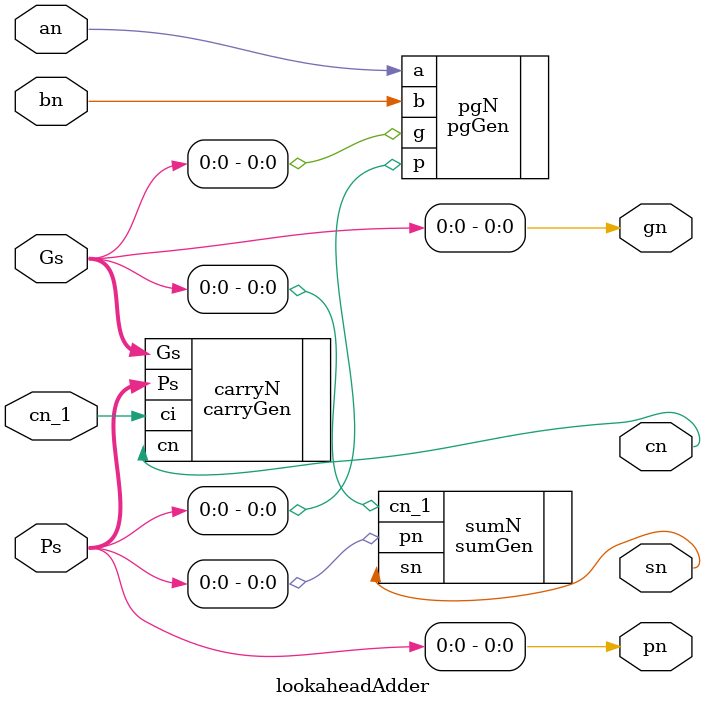
<source format=v>

module lookaheadAdder(an, bn, cn_1, Ps, Gs, pn, gn, sn, cn);
    
    parameter n=0;
    parameter delay=10;

    input an, bn, cn_1;
    input [n-1:0] Ps, Gs;

    output pn, gn, sn, cn;

    pgGen pgN(.a(an), .b(bn), .p(pn), .g(gn));

    assign Ps[n] = pn;
    assign Gs[n] = gn;

    carryGen #(n) carryN(.ci(cn_1), .Ps(Ps), .Gs(Gs), .cn(cn));

    sumGen sumN(.cn_1(gn), .pn(pn), .sn(sn));

endmodule

</source>
